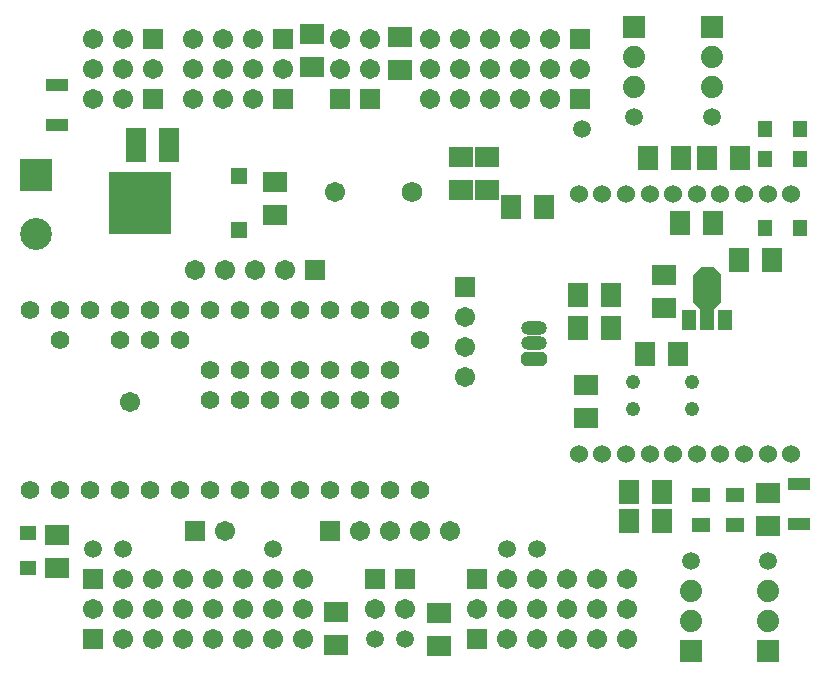
<source format=gts>
G04 DipTrace Beta 2.3.5.2*
%INTeensy3.1XBreakout.gts*%
%MOIN*%
%ADD34C,0.0591*%
%ADD35R,0.0591X0.0472*%
%ADD39R,0.074X0.074*%
%ADD40C,0.074*%
%ADD41R,0.0551X0.0472*%
%ADD43C,0.0489*%
%ADD44R,0.0472X0.0551*%
%ADD45C,0.06*%
%ADD46C,0.0619*%
%ADD65R,0.0474X0.0671*%
%ADD67R,0.058X0.058*%
%ADD69R,0.208X0.208*%
%ADD75C,0.068*%
%ADD81O,0.0867X0.0474*%
%ADD89C,0.1064*%
%ADD91R,0.1064X0.1064*%
%ADD95C,0.0671*%
%ADD97R,0.0671X0.0671*%
%ADD99R,0.071X0.1143*%
%ADD101R,0.071X0.0789*%
%ADD103R,0.0789X0.071*%
%ADD105R,0.0749X0.0395*%
%FSLAX44Y44*%
G04*
G70*
G90*
G75*
G01*
%LNTopMask*%
%LPD*%
D105*
X31090Y10610D3*
Y9271D3*
D103*
X17790Y25492D3*
Y24390D3*
X14840Y25590D3*
Y24488D3*
X15640Y5239D3*
Y6341D3*
X26570Y16460D3*
Y17562D3*
X19090Y5209D3*
Y6311D3*
D101*
X22582Y19840D3*
X21480D3*
X25940Y14930D3*
X27042D3*
D99*
X10091Y21890D3*
X8989D3*
D103*
X13599Y19559D3*
Y20661D3*
D97*
X23790Y25440D3*
D95*
Y24440D3*
X22790Y25440D3*
Y24440D3*
X21790Y25440D3*
Y24440D3*
X20790Y25440D3*
Y24440D3*
X19790Y25440D3*
Y24440D3*
X18790Y25440D3*
Y24440D3*
D97*
X23790Y23440D3*
D95*
X22790D3*
X21790D3*
X20790D3*
X19790D3*
X18790D3*
D97*
X9540Y25440D3*
D95*
Y24440D3*
X8540Y25440D3*
Y24440D3*
X7540Y25440D3*
Y24440D3*
D97*
X9540Y23440D3*
D95*
X8540D3*
X7540D3*
D97*
X13890Y25440D3*
D95*
X12890D3*
X11890D3*
X10890D3*
X13890Y24440D3*
X12890D3*
X11890D3*
X10890D3*
D97*
X13890Y23440D3*
D95*
X12890D3*
X11890D3*
X10890D3*
D97*
X7540Y5440D3*
D95*
Y6440D3*
X8540Y5440D3*
Y6440D3*
X9540Y5440D3*
Y6440D3*
X10540Y5440D3*
Y6440D3*
X11540Y5440D3*
Y6440D3*
X12540Y5440D3*
Y6440D3*
X13540Y5440D3*
Y6440D3*
X14540Y5440D3*
Y6440D3*
D97*
X7540Y7440D3*
D95*
X8540D3*
X9540D3*
X10540D3*
X11540D3*
X12540D3*
X13540D3*
X14540D3*
D97*
X20340Y5440D3*
D95*
Y6440D3*
X21340Y5440D3*
Y6440D3*
X22340Y5440D3*
Y6440D3*
X23340Y5440D3*
Y6440D3*
X24340Y5440D3*
Y6440D3*
X25340Y5440D3*
Y6440D3*
D97*
X20340Y7440D3*
D95*
X21340D3*
X22340D3*
X23340D3*
X24340D3*
X25340D3*
D101*
X24810Y15810D3*
X23708D3*
D35*
X27819Y9240D3*
X28961D3*
X27819Y10240D3*
X28961D3*
D97*
X19940Y17160D3*
D95*
Y16160D3*
Y15160D3*
Y14160D3*
D91*
X5640Y20890D3*
D89*
Y18921D3*
D97*
X15440Y9040D3*
D95*
X16440D3*
X17440D3*
X18440D3*
X19440D3*
D97*
X14940Y17740D3*
D95*
X13940D3*
X12940D3*
X11940D3*
X10940D3*
D97*
Y9040D3*
D95*
X11940D3*
D34*
X8540Y8440D3*
D39*
X25590Y25840D3*
D40*
Y24840D3*
Y23840D3*
D39*
X28190Y25840D3*
D40*
Y24840D3*
Y23840D3*
D39*
X27490Y5040D3*
D40*
Y6040D3*
Y7040D3*
D39*
X30040Y5040D3*
D40*
Y6040D3*
Y7040D3*
D97*
X16790Y23440D3*
D95*
Y24440D3*
Y25440D3*
D97*
X15790Y23440D3*
D95*
Y24440D3*
Y25440D3*
D97*
X16940Y7440D3*
D95*
Y6440D3*
D34*
Y5440D3*
D97*
X17940Y7440D3*
D95*
Y6440D3*
D34*
Y5440D3*
X7540Y8440D3*
X25590Y22840D3*
X28190D3*
X27490Y8040D3*
X30040D3*
X13540Y8440D3*
X23840Y22440D3*
X22340Y8440D3*
X21340D3*
D41*
X5390Y7790D3*
Y8971D3*
G36*
X22572Y14533D2*
X22694Y14655D1*
Y14885D1*
X22572Y15007D1*
X21948D1*
X21826Y14885D1*
Y14655D1*
X21948Y14533D1*
X22572D1*
G37*
D81*
X22260Y15290D3*
Y15810D3*
D103*
X19820Y20389D3*
Y21491D3*
X20680D3*
Y20389D3*
X23980Y12790D3*
Y13892D3*
D101*
X26502Y9350D3*
X25400D3*
D103*
X6340Y8892D3*
Y7790D3*
D101*
X23700Y16890D3*
X24802D3*
X29110Y21470D3*
X28008D3*
X30180Y18070D3*
X29078D3*
X27160Y21470D3*
X26058D3*
X28210Y19300D3*
X27108D3*
D43*
X25556Y13990D3*
X27524D3*
X25556Y13110D3*
X27524D3*
D101*
X26510Y10330D3*
X25408D3*
D103*
X30060Y10300D3*
Y9198D3*
D95*
X8790Y13320D3*
D44*
X29949Y19140D3*
X31131D3*
D105*
X6360Y22560D3*
Y23899D3*
D44*
X31131Y22440D3*
X29949D3*
D75*
X18180Y20340D3*
D95*
X15620D3*
D44*
X31131Y21440D3*
X29949D3*
D45*
X23740Y20271D3*
X24527D3*
X25315D3*
X26102D3*
X26890D3*
X27677D3*
X28464D3*
X29252D3*
X30039D3*
X30827D3*
X23740Y11609D3*
X24527D3*
X25315D3*
X26102D3*
X26890D3*
X27677D3*
X28464D3*
X29252D3*
X30039D3*
X30827D3*
D46*
X5440Y10390D3*
X6440D3*
X7440D3*
X8440D3*
X9440D3*
X10440D3*
X11440D3*
X12440D3*
X13440D3*
X14440D3*
X15440D3*
X16440D3*
X17440D3*
X18440D3*
Y15390D3*
Y16390D3*
X17440D3*
X16440D3*
X15440D3*
X14440D3*
X13440D3*
X12440D3*
X11440D3*
X10440D3*
X9440D3*
X8440D3*
X7440D3*
X6440D3*
X5440D3*
X6440Y15390D3*
X8440D3*
X9440D3*
X10440D3*
X17440Y13390D3*
Y14390D3*
X16440Y13390D3*
X15440D3*
X14440D3*
X13440D3*
X16440Y14390D3*
X15440D3*
X14440D3*
X13440D3*
X12440D3*
X11440D3*
X12440Y13390D3*
X11440D3*
D69*
X9125Y19960D3*
D67*
X12425Y20860D3*
Y19060D3*
D65*
X27430Y16080D3*
G36*
X28257Y15745D2*
Y16437D1*
X28494Y16674D1*
Y17573D1*
X28234Y17833D1*
X27807D1*
X27547Y17573D1*
Y16674D1*
X27784Y16437D1*
Y15745D1*
X28257D1*
G37*
D65*
X28611Y16080D3*
M02*

</source>
